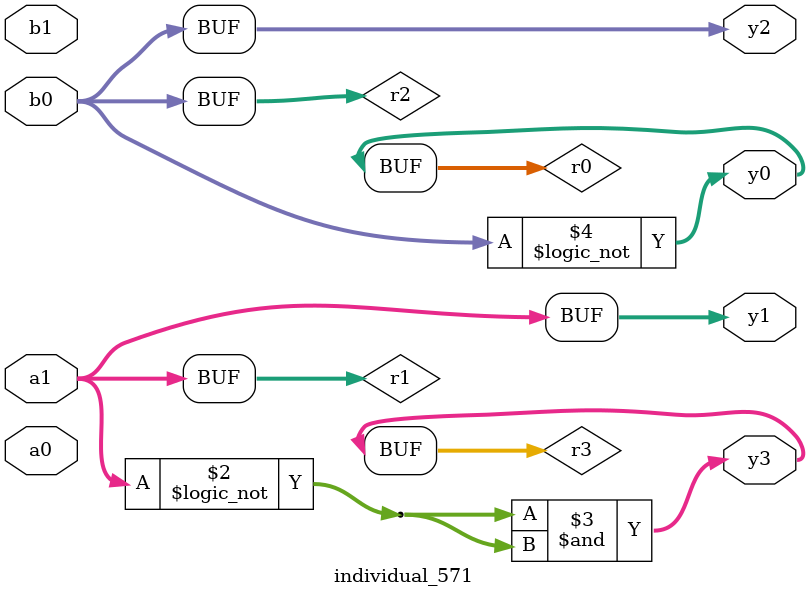
<source format=sv>
module individual_571(input logic [15:0] a1, input logic [15:0] a0, input logic [15:0] b1, input logic [15:0] b0, output logic [15:0] y3, output logic [15:0] y2, output logic [15:0] y1, output logic [15:0] y0);
logic [15:0] r0, r1, r2, r3; 
 always@(*) begin 
	 r0 = a0; r1 = a1; r2 = b0; r3 = b1; 
 	 r3 = ! a1 ;
 	 r3  &=  r3 ;
 	 r0 = ! b0 ;
 	 y3 = r3; y2 = r2; y1 = r1; y0 = r0; 
end
endmodule
</source>
